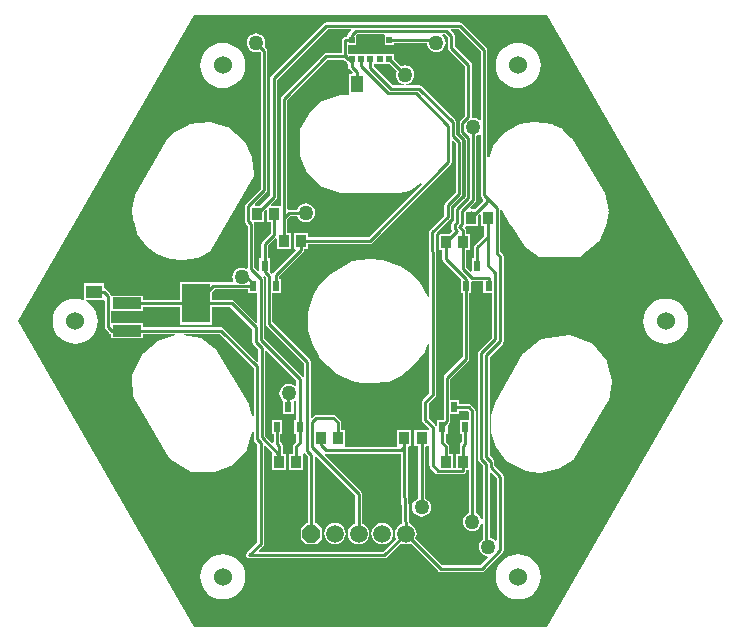
<source format=gtl>
G04 Layer_Physical_Order=1*
G04 Layer_Color=25308*
%FSLAX24Y24*%
%MOIN*%
G70*
G01*
G75*
%ADD10R,0.0236X0.0354*%
%ADD11R,0.0236X0.0354*%
%ADD12R,0.0197X0.0197*%
%ADD13R,0.0354X0.0413*%
%ADD14R,0.0532X0.0433*%
%ADD15R,0.0945X0.1299*%
%ADD16R,0.0945X0.0394*%
%ADD17R,0.0433X0.0532*%
%ADD18C,0.0100*%
%ADD19C,0.0600*%
%ADD20C,0.0591*%
%ADD21P,0.0639X8X202.5*%
%ADD22C,0.0500*%
G36*
X35385Y23622D02*
X29504Y13435D01*
X17741D01*
X11863Y23615D01*
X11863Y23629D01*
X17741Y33809D01*
X29504Y33817D01*
X35385Y23622D01*
D02*
G37*
%LPC*%
G36*
X33465Y24374D02*
X33318Y24359D01*
X33177Y24316D01*
X33047Y24247D01*
X32933Y24154D01*
X32840Y24040D01*
X32770Y23910D01*
X32727Y23769D01*
X32713Y23622D01*
X32727Y23475D01*
X32770Y23334D01*
X32840Y23204D01*
X32933Y23091D01*
X33047Y22997D01*
X33177Y22928D01*
X33318Y22885D01*
X33465Y22870D01*
X33611Y22885D01*
X33752Y22928D01*
X33882Y22997D01*
X33996Y23091D01*
X34090Y23204D01*
X34159Y23334D01*
X34202Y23475D01*
X34216Y23622D01*
X34202Y23769D01*
X34159Y23910D01*
X34090Y24040D01*
X33996Y24154D01*
X33882Y24247D01*
X33752Y24316D01*
X33611Y24359D01*
X33465Y24374D01*
D02*
G37*
G36*
X18701Y32897D02*
X18554Y32883D01*
X18413Y32840D01*
X18283Y32771D01*
X18169Y32677D01*
X18076Y32563D01*
X18006Y32433D01*
X17964Y32292D01*
X17949Y32146D01*
X17964Y31999D01*
X18006Y31858D01*
X18076Y31728D01*
X18169Y31614D01*
X18283Y31521D01*
X18413Y31451D01*
X18554Y31408D01*
X18701Y31394D01*
X18847Y31408D01*
X18988Y31451D01*
X19118Y31521D01*
X19232Y31614D01*
X19326Y31728D01*
X19395Y31858D01*
X19438Y31999D01*
X19452Y32146D01*
X19438Y32292D01*
X19395Y32433D01*
X19326Y32563D01*
X19232Y32677D01*
X19118Y32771D01*
X18988Y32840D01*
X18847Y32883D01*
X18701Y32897D01*
D02*
G37*
G36*
X18260Y30260D02*
X17591Y30182D01*
X17580Y30176D01*
X17568Y30174D01*
X17056Y29899D01*
X17050Y29891D01*
X17041Y29888D01*
X16805Y29652D01*
X16802Y29643D01*
X16795Y29638D01*
X15771Y27827D01*
X15770Y27816D01*
X15764Y27807D01*
X15685Y27374D01*
X15687Y27365D01*
X15684Y27356D01*
X15724Y26962D01*
X15727Y26957D01*
X15726Y26950D01*
X15844Y26556D01*
X15851Y26548D01*
X15854Y26537D01*
X16169Y26104D01*
X16177Y26099D01*
X16182Y26091D01*
X16497Y25854D01*
X16506Y25852D01*
X16514Y25845D01*
X16947Y25688D01*
X16955Y25688D01*
X16962Y25684D01*
X17356Y25645D01*
X17364Y25648D01*
X17373Y25646D01*
X17845Y25724D01*
X17854Y25730D01*
X17865Y25731D01*
X18298Y25968D01*
X18309Y25981D01*
X18323Y25992D01*
X19741Y28472D01*
X19743Y28493D01*
X19748Y28513D01*
X19670Y29064D01*
X19665Y29072D01*
X19664Y29082D01*
X19428Y29594D01*
X19418Y29603D01*
X19412Y29615D01*
X18860Y30088D01*
X18847Y30092D01*
X18836Y30101D01*
X18285Y30258D01*
X18273Y30257D01*
X18260Y30260D01*
D02*
G37*
G36*
X30225Y23173D02*
X29320Y23016D01*
X29306Y23007D01*
X29291Y23003D01*
X28740Y22570D01*
X28734Y22559D01*
X28724Y22551D01*
X27779Y20898D01*
X27778Y20890D01*
X27773Y20883D01*
X27655Y20450D01*
X27656Y20441D01*
X27653Y20433D01*
Y19921D01*
X27657Y19912D01*
X27656Y19901D01*
X27813Y19429D01*
X27820Y19421D01*
X27823Y19410D01*
X28177Y18938D01*
X28190Y18930D01*
X28200Y18919D01*
X28751Y18644D01*
X28761Y18643D01*
X28770Y18638D01*
X29282Y18559D01*
X29293Y18562D01*
X29305Y18560D01*
X29856Y18678D01*
X29865Y18684D01*
X29876Y18686D01*
X30388Y19001D01*
X30397Y19013D01*
X30409Y19023D01*
X31551Y20952D01*
X31553Y20963D01*
X31559Y20972D01*
X31677Y21602D01*
X31674Y21616D01*
X31676Y21630D01*
X31519Y22260D01*
X31510Y22272D01*
X31505Y22286D01*
X30993Y22877D01*
X30979Y22883D01*
X30968Y22894D01*
X30259Y23170D01*
X30242Y23169D01*
X30225Y23173D01*
D02*
G37*
G36*
X26600Y33581D02*
X26600Y33581D01*
X22150D01*
X22150Y33581D01*
X22107Y33573D01*
X22071Y33549D01*
X20315Y31792D01*
X20291Y31756D01*
X20283Y31714D01*
X20283Y31714D01*
Y27812D01*
X19941Y27470D01*
X19783D01*
X19764Y27517D01*
X20157Y27910D01*
X20181Y27946D01*
X20190Y27989D01*
X20190Y27989D01*
Y32631D01*
X20190Y32631D01*
X20181Y32674D01*
X20157Y32710D01*
X20157Y32710D01*
X20093Y32775D01*
X20111Y32819D01*
X20122Y32900D01*
X20111Y32981D01*
X20080Y33056D01*
X20030Y33120D01*
X19966Y33170D01*
X19891Y33201D01*
X19810Y33212D01*
X19729Y33201D01*
X19654Y33170D01*
X19590Y33120D01*
X19540Y33056D01*
X19509Y32981D01*
X19498Y32900D01*
X19509Y32819D01*
X19540Y32744D01*
X19590Y32680D01*
X19654Y32630D01*
X19729Y32599D01*
X19810Y32588D01*
X19891Y32599D01*
X19930Y32615D01*
X19968Y32584D01*
Y28035D01*
X19468Y27535D01*
X19444Y27499D01*
X19435Y27457D01*
X19435Y27457D01*
Y26953D01*
X19435Y26953D01*
X19444Y26910D01*
X19468Y26874D01*
X19534Y26808D01*
Y25386D01*
X19486Y25360D01*
X19411Y25391D01*
X19330Y25402D01*
X19249Y25391D01*
X19174Y25360D01*
X19110Y25310D01*
X19060Y25246D01*
X19029Y25171D01*
X19018Y25090D01*
X19029Y25009D01*
X19048Y24964D01*
X19015Y24914D01*
X18386D01*
X18386Y24914D01*
X18377Y24913D01*
X18327Y24921D01*
Y24921D01*
X18327Y24921D01*
X17264D01*
Y24324D01*
X16043D01*
Y24469D01*
X14985D01*
X14978Y24504D01*
X14954Y24540D01*
X14809Y24685D01*
X14773Y24709D01*
X14734Y24717D01*
Y24882D01*
X14085D01*
Y24362D01*
X14037Y24326D01*
X13926Y24359D01*
X13780Y24374D01*
X13633Y24359D01*
X13492Y24316D01*
X13362Y24247D01*
X13248Y24154D01*
X13155Y24040D01*
X13085Y23910D01*
X13042Y23769D01*
X13028Y23622D01*
X13042Y23475D01*
X13085Y23334D01*
X13155Y23204D01*
X13248Y23091D01*
X13362Y22997D01*
X13492Y22928D01*
X13633Y22885D01*
X13780Y22870D01*
X13926Y22885D01*
X14067Y22928D01*
X14197Y22997D01*
X14311Y23091D01*
X14404Y23204D01*
X14474Y23334D01*
X14517Y23475D01*
X14531Y23622D01*
X14517Y23769D01*
X14474Y23910D01*
X14404Y24040D01*
X14311Y24154D01*
X14197Y24247D01*
X14134Y24281D01*
X14147Y24331D01*
X14734D01*
X14764Y24293D01*
Y23432D01*
X14764Y23432D01*
X14772Y23390D01*
X14796Y23353D01*
X14921Y23228D01*
X14921Y23228D01*
X14957Y23204D01*
X14980Y23200D01*
Y23051D01*
X16043D01*
Y23196D01*
X17097D01*
X17105Y23146D01*
X16556Y22974D01*
X16546Y22966D01*
X16534Y22962D01*
X16061Y22569D01*
X16055Y22557D01*
X16045Y22548D01*
X15691Y21840D01*
X15690Y21823D01*
X15684Y21807D01*
X15724Y21099D01*
X15730Y21085D01*
X15732Y21070D01*
X16913Y19062D01*
X16926Y19053D01*
X16935Y19040D01*
X17644Y18607D01*
X17661Y18604D01*
X17677Y18598D01*
X18425D01*
X18437Y18602D01*
X18449Y18602D01*
X19039Y18838D01*
X19050Y18848D01*
X19063Y18854D01*
X19496Y19327D01*
X19501Y19340D01*
X19510Y19352D01*
X19680Y19919D01*
X19730Y19912D01*
Y19684D01*
X19730Y19684D01*
X19738Y19641D01*
X19762Y19605D01*
X19849Y19518D01*
Y16246D01*
X19502Y15899D01*
X19478Y15863D01*
X19469Y15820D01*
X19478Y15777D01*
X19502Y15741D01*
X19538Y15717D01*
X19580Y15709D01*
X19580Y15709D01*
X24088D01*
X24088Y15709D01*
X24130Y15717D01*
X24166Y15741D01*
X24643Y16218D01*
X24711Y16190D01*
X24803Y16178D01*
X24896Y16190D01*
X24963Y16218D01*
X25885Y15296D01*
X25921Y15272D01*
X25964Y15264D01*
X25964Y15264D01*
X27335D01*
X27335Y15264D01*
X27378Y15272D01*
X27414Y15296D01*
X28029Y15911D01*
X28029Y15911D01*
X28043Y15933D01*
X28053Y15947D01*
X28061Y15990D01*
Y18435D01*
X28053Y18478D01*
X28029Y18514D01*
X27751Y18792D01*
Y18941D01*
X27742Y18983D01*
X27732Y18998D01*
X27718Y19019D01*
X27718Y19019D01*
X27593Y19144D01*
Y22436D01*
X28028Y22870D01*
X28052Y22907D01*
X28060Y22949D01*
Y23320D01*
X28061Y23325D01*
Y25770D01*
X28053Y25813D01*
X28029Y25849D01*
X28029Y25849D01*
X27951Y25926D01*
Y27321D01*
X28001Y27334D01*
X28291Y26819D01*
X28292Y26818D01*
X28293Y26816D01*
X28726Y26146D01*
X28736Y26139D01*
X28743Y26129D01*
X29255Y25774D01*
X29274Y25770D01*
X29291Y25763D01*
X30591D01*
X30610Y25771D01*
X30630Y25777D01*
X31221Y26249D01*
X31228Y26262D01*
X31239Y26272D01*
X31475Y26784D01*
X31476Y26793D01*
X31480Y26801D01*
X31559Y27273D01*
X31556Y27284D01*
X31559Y27296D01*
X31441Y27887D01*
X31434Y27896D01*
X31433Y27907D01*
X30330Y29718D01*
X30324Y29723D01*
X30321Y29730D01*
X30045Y30006D01*
X30035Y30010D01*
X30029Y30018D01*
X29714Y30175D01*
X29703Y30176D01*
X29693Y30181D01*
X29103Y30260D01*
X29094Y30258D01*
X29085Y30260D01*
X28573Y30181D01*
X28563Y30175D01*
X28550Y30173D01*
X28078Y29898D01*
X28071Y29888D01*
X28061Y29883D01*
X27706Y29450D01*
X27703Y29439D01*
X27696Y29431D01*
X27567Y29070D01*
X27517Y29078D01*
Y32664D01*
X27517Y32664D01*
X27509Y32706D01*
X27485Y32742D01*
X26679Y33549D01*
X26643Y33573D01*
X26600Y33581D01*
D02*
G37*
G36*
X18701Y15850D02*
X18554Y15835D01*
X18413Y15792D01*
X18283Y15723D01*
X18169Y15630D01*
X18076Y15516D01*
X18006Y15386D01*
X17964Y15245D01*
X17949Y15098D01*
X17964Y14951D01*
X18006Y14810D01*
X18076Y14680D01*
X18169Y14567D01*
X18283Y14473D01*
X18413Y14404D01*
X18554Y14361D01*
X18701Y14346D01*
X18847Y14361D01*
X18988Y14404D01*
X19118Y14473D01*
X19232Y14567D01*
X19326Y14680D01*
X19395Y14810D01*
X19438Y14951D01*
X19452Y15098D01*
X19438Y15245D01*
X19395Y15386D01*
X19326Y15516D01*
X19232Y15630D01*
X19118Y15723D01*
X18988Y15792D01*
X18847Y15835D01*
X18701Y15850D01*
D02*
G37*
G36*
X28543Y32897D02*
X28397Y32883D01*
X28256Y32840D01*
X28126Y32771D01*
X28012Y32677D01*
X27918Y32563D01*
X27849Y32433D01*
X27806Y32292D01*
X27792Y32146D01*
X27806Y31999D01*
X27849Y31858D01*
X27918Y31728D01*
X28012Y31614D01*
X28126Y31521D01*
X28256Y31451D01*
X28397Y31408D01*
X28543Y31394D01*
X28690Y31408D01*
X28831Y31451D01*
X28961Y31521D01*
X29075Y31614D01*
X29168Y31728D01*
X29238Y31858D01*
X29281Y31999D01*
X29295Y32146D01*
X29281Y32292D01*
X29238Y32433D01*
X29168Y32563D01*
X29075Y32677D01*
X28961Y32771D01*
X28831Y32840D01*
X28690Y32883D01*
X28543Y32897D01*
D02*
G37*
G36*
Y15850D02*
X28397Y15835D01*
X28256Y15792D01*
X28126Y15723D01*
X28012Y15630D01*
X27918Y15516D01*
X27849Y15386D01*
X27806Y15245D01*
X27792Y15098D01*
X27806Y14951D01*
X27849Y14810D01*
X27918Y14680D01*
X28012Y14567D01*
X28126Y14473D01*
X28256Y14404D01*
X28397Y14361D01*
X28543Y14346D01*
X28690Y14361D01*
X28831Y14404D01*
X28961Y14473D01*
X29075Y14567D01*
X29168Y14680D01*
X29238Y14810D01*
X29281Y14951D01*
X29295Y15098D01*
X29281Y15245D01*
X29238Y15386D01*
X29168Y15516D01*
X29075Y15630D01*
X28961Y15723D01*
X28831Y15792D01*
X28690Y15835D01*
X28543Y15850D01*
D02*
G37*
%LPD*%
G36*
X21149Y21654D02*
Y21472D01*
X21099Y21447D01*
X21056Y21480D01*
X20981Y21511D01*
X20900Y21522D01*
X20819Y21511D01*
X20744Y21480D01*
X20680Y21430D01*
X20630Y21366D01*
X20599Y21291D01*
X20588Y21210D01*
X20599Y21129D01*
X20630Y21054D01*
X20680Y20990D01*
X20709Y20967D01*
Y20512D01*
X21063D01*
Y20943D01*
X21102Y20971D01*
X21149Y20948D01*
Y20315D01*
X21083D01*
Y19843D01*
X21149D01*
Y19604D01*
X21073Y19529D01*
X21049Y19493D01*
X21040Y19450D01*
X21040Y19450D01*
Y19203D01*
X20915D01*
Y18671D01*
X21388D01*
Y19195D01*
X21430Y19223D01*
X21435Y19215D01*
X21542Y19107D01*
Y16890D01*
X21476D01*
X21299Y16713D01*
Y16358D01*
X21476Y16181D01*
X21831D01*
X22008Y16358D01*
Y16713D01*
X21831Y16890D01*
X21765D01*
Y19100D01*
X21815Y19120D01*
X23117Y17818D01*
Y16873D01*
X23050Y16845D01*
X22976Y16788D01*
X22919Y16714D01*
X22883Y16628D01*
X22871Y16535D01*
X22883Y16443D01*
X22919Y16357D01*
X22976Y16283D01*
X23050Y16226D01*
X23136Y16190D01*
X23228Y16178D01*
X23321Y16190D01*
X23407Y16226D01*
X23481Y16283D01*
X23538Y16357D01*
X23574Y16443D01*
X23586Y16535D01*
X23574Y16628D01*
X23538Y16714D01*
X23481Y16788D01*
X23407Y16845D01*
X23340Y16873D01*
Y17864D01*
X23331Y17907D01*
X23321Y17921D01*
X23307Y17943D01*
X23307Y17943D01*
X22096Y19154D01*
X22121Y19200D01*
X22125Y19199D01*
X24625D01*
X24625Y19199D01*
X24643Y19184D01*
Y18149D01*
X24643Y18148D01*
X24643Y18146D01*
X24682Y16869D01*
X24624Y16845D01*
X24550Y16788D01*
X24494Y16714D01*
X24458Y16628D01*
X24446Y16535D01*
X24458Y16443D01*
X24486Y16375D01*
X24042Y15931D01*
X19914D01*
X19895Y15977D01*
X20039Y16122D01*
X20039Y16122D01*
X20063Y16158D01*
X20072Y16200D01*
Y19455D01*
X20118Y19475D01*
X20342Y19250D01*
X20344Y19203D01*
X20344D01*
X20344Y19203D01*
Y18671D01*
X20817D01*
Y19203D01*
X20692D01*
Y19470D01*
X20692Y19470D01*
X20683Y19513D01*
X20659Y19549D01*
X20623Y19585D01*
Y19843D01*
X20689D01*
Y20315D01*
X20335D01*
Y19843D01*
X20401D01*
Y19577D01*
X20351Y19556D01*
X20111Y19796D01*
Y22626D01*
X20157Y22645D01*
X21149Y21654D01*
D02*
G37*
G36*
X20129Y25082D02*
Y23540D01*
X20129Y23540D01*
X20137Y23497D01*
X20161Y23461D01*
X21402Y22221D01*
Y21773D01*
X21353Y21757D01*
X21338Y21779D01*
X21338Y21779D01*
X20071Y23046D01*
Y25030D01*
X20063Y25073D01*
X20052Y25088D01*
X20091Y25120D01*
X20129Y25082D01*
D02*
G37*
G36*
X19730Y22063D02*
Y20463D01*
X19680Y20458D01*
X19590Y20841D01*
X19584Y20850D01*
X19582Y20860D01*
X18440Y22711D01*
X18430Y22718D01*
X18423Y22729D01*
X17990Y23044D01*
X17976Y23047D01*
X17963Y23055D01*
X17389Y23146D01*
X17393Y23196D01*
X18597D01*
X19730Y22063D01*
D02*
G37*
G36*
X27839Y18389D02*
Y16313D01*
X27789Y16296D01*
X27770Y16320D01*
X27706Y16370D01*
X27631Y16401D01*
X27592Y16406D01*
Y18571D01*
X27638Y18590D01*
X27839Y18389D01*
D02*
G37*
G36*
X27382Y24952D02*
Y24567D01*
X27679D01*
Y23061D01*
X27244Y22626D01*
X27220Y22590D01*
X27212Y22548D01*
X27212Y22548D01*
Y19032D01*
X27212Y19032D01*
X27220Y18990D01*
X27244Y18954D01*
X27369Y18829D01*
Y17030D01*
X27321Y17021D01*
X27290Y17096D01*
X27240Y17160D01*
X27176Y17210D01*
X27131Y17228D01*
Y20625D01*
X27131Y20625D01*
X27123Y20668D01*
X27099Y20704D01*
X27099Y20704D01*
X26974Y20829D01*
X26938Y20853D01*
X26895Y20861D01*
X26895Y20861D01*
X26575D01*
Y20984D01*
X26281D01*
Y21684D01*
X26890Y22292D01*
X26890Y22292D01*
X26904Y22314D01*
X26914Y22328D01*
X26922Y22371D01*
Y24567D01*
X26988D01*
Y24913D01*
X27038Y24958D01*
X27382Y24952D01*
D02*
G37*
G36*
X26909Y20579D02*
Y20315D01*
X26595D01*
Y19843D01*
X26660D01*
Y19585D01*
X26624Y19549D01*
X26600Y19513D01*
X26592Y19470D01*
X26592Y19470D01*
Y19203D01*
X26467D01*
Y18731D01*
X26368D01*
Y19203D01*
X26243D01*
Y19450D01*
X26243Y19450D01*
X26235Y19493D01*
X26211Y19529D01*
X26135Y19604D01*
Y19843D01*
X26201D01*
Y20160D01*
X26249Y20208D01*
X26249Y20208D01*
X26273Y20244D01*
X26281Y20286D01*
X26281Y20286D01*
Y20512D01*
X26575D01*
Y20639D01*
X26849D01*
X26909Y20579D01*
D02*
G37*
G36*
X22789Y32284D02*
X22825Y32260D01*
X22835Y32250D01*
Y32205D01*
X22880D01*
X22881Y32204D01*
Y32107D01*
X22881Y32107D01*
X22889Y32064D01*
X22914Y32028D01*
X23032Y31910D01*
X23011Y31860D01*
X22913D01*
Y31211D01*
X22913D01*
X22900Y31166D01*
X22638D01*
X22628Y31162D01*
X22618Y31163D01*
X22027Y30966D01*
X22017Y30958D01*
X22005Y30953D01*
X21650Y30638D01*
X21646Y30629D01*
X21638Y30623D01*
X21284Y30033D01*
X21281Y30016D01*
X21275Y30000D01*
Y29134D01*
X21280Y29122D01*
X21280Y29109D01*
X21516Y28558D01*
X21526Y28548D01*
X21532Y28536D01*
X22004Y28102D01*
X22017Y28098D01*
X22027Y28089D01*
X22618Y27892D01*
X22628Y27893D01*
X22638Y27889D01*
X24567D01*
X24574Y27892D01*
X24581Y27890D01*
X24935Y27969D01*
X24946Y27977D01*
X24959Y27980D01*
X25316Y28237D01*
X25348Y28199D01*
X23559Y26410D01*
X21545D01*
Y26565D01*
X21073D01*
Y26033D01*
X21112D01*
X21132Y25987D01*
X20394Y25250D01*
X20372Y25217D01*
X20347Y25211D01*
X20326Y25208D01*
X20318Y25208D01*
X20276Y25250D01*
Y25709D01*
X20210D01*
Y26134D01*
X20452Y26376D01*
X20502Y26356D01*
Y26033D01*
X20974D01*
Y26565D01*
X20849D01*
Y27012D01*
X20956Y27119D01*
X21182D01*
X21200Y27074D01*
X21250Y27010D01*
X21314Y26960D01*
X21389Y26929D01*
X21470Y26918D01*
X21551Y26929D01*
X21626Y26960D01*
X21690Y27010D01*
X21740Y27074D01*
X21771Y27149D01*
X21782Y27230D01*
X21771Y27311D01*
X21740Y27386D01*
X21690Y27450D01*
X21626Y27500D01*
X21551Y27531D01*
X21470Y27542D01*
X21389Y27531D01*
X21314Y27500D01*
X21250Y27450D01*
X21200Y27386D01*
X21182Y27341D01*
X20910D01*
X20899Y27339D01*
X20849Y27376D01*
X20849Y27376D01*
Y30992D01*
X22195Y32338D01*
X22735D01*
X22789Y32284D01*
D02*
G37*
G36*
X27295Y32618D02*
Y30341D01*
X27245Y30316D01*
X27203Y30349D01*
X27128Y30380D01*
X27047Y30390D01*
X27044Y30390D01*
X27004Y30426D01*
X27001Y30435D01*
Y32167D01*
X26992Y32210D01*
X26983Y32224D01*
X26968Y32246D01*
X26968Y32246D01*
X26435Y32779D01*
Y33125D01*
X26435Y33125D01*
X26427Y33168D01*
X26403Y33204D01*
X26403Y33204D01*
X26294Y33313D01*
X26313Y33359D01*
X26554D01*
X27295Y32618D01*
D02*
G37*
G36*
X24492Y31965D02*
X24473Y31921D01*
X24462Y31840D01*
X24473Y31759D01*
X24504Y31684D01*
X24554Y31620D01*
X24618Y31570D01*
X24693Y31539D01*
X24748Y31532D01*
X24745Y31482D01*
X24367D01*
X23733Y32115D01*
Y32205D01*
X24252D01*
X24492Y31965D01*
D02*
G37*
G36*
X22978Y33313D02*
X22914Y33248D01*
X22889Y33212D01*
X22881Y33169D01*
X22838Y33150D01*
X22835D01*
Y33103D01*
X22782D01*
X22782Y33103D01*
X22740Y33095D01*
X22704Y33071D01*
X22704Y33071D01*
X22701Y33069D01*
X22677Y33033D01*
X22669Y32990D01*
X22669Y32990D01*
Y32560D01*
X22149D01*
X22149Y32560D01*
X22107Y32552D01*
X22070Y32528D01*
X22070Y32528D01*
X20660Y31117D01*
X20635Y31081D01*
X20627Y31038D01*
X20627Y31038D01*
Y27470D01*
X20321D01*
X20302Y27517D01*
X20472Y27687D01*
X20472Y27687D01*
X20496Y27723D01*
X20505Y27766D01*
X20505Y27766D01*
Y31668D01*
X22196Y33359D01*
X22959D01*
X22978Y33313D01*
D02*
G37*
G36*
X26213Y33079D02*
Y32733D01*
X26213Y32733D01*
X26221Y32691D01*
X26245Y32654D01*
X26779Y32121D01*
Y30475D01*
X26610Y30306D01*
X26585Y30270D01*
X26577Y30227D01*
X26577Y30227D01*
Y29930D01*
X26577Y29930D01*
X26585Y29887D01*
X26610Y29851D01*
X26777Y29684D01*
Y27786D01*
X26435Y27444D01*
X26411Y27408D01*
X26402Y27365D01*
X26402Y27365D01*
Y26964D01*
X26352Y26915D01*
X26328Y26878D01*
X26320Y26836D01*
X26320Y26836D01*
Y26704D01*
X26320Y26704D01*
X26328Y26662D01*
X26348Y26633D01*
X26240Y26526D01*
X25896D01*
Y25994D01*
X26021D01*
Y25694D01*
X26021Y25694D01*
X26029Y25651D01*
X26053Y25615D01*
X26634Y25035D01*
Y24567D01*
X26700D01*
Y22417D01*
X26091Y21809D01*
X26067Y21773D01*
X26059Y21730D01*
X26059Y21730D01*
Y20332D01*
X26041Y20315D01*
X25846D01*
Y20141D01*
X25838Y20137D01*
X25796Y20132D01*
X25793Y20138D01*
X25778Y20159D01*
X25778Y20159D01*
X25562Y20376D01*
Y20873D01*
X25778Y21089D01*
X25778Y21089D01*
X25793Y21111D01*
X25802Y21125D01*
X25811Y21168D01*
Y25065D01*
X25812Y25072D01*
Y25928D01*
X25812Y25928D01*
X25804Y25970D01*
X25798Y25979D01*
Y26532D01*
X26274Y27008D01*
X26274Y27008D01*
X26298Y27044D01*
X26306Y27086D01*
X26306Y27086D01*
Y27451D01*
X26649Y27793D01*
X26649Y27793D01*
X26663Y27815D01*
X26673Y27829D01*
X26681Y27872D01*
Y29598D01*
X26681Y29598D01*
X26673Y29641D01*
X26649Y29677D01*
X26649Y29677D01*
X26481Y29844D01*
Y30250D01*
X26481Y30250D01*
X26473Y30293D01*
X26449Y30329D01*
X25329Y31449D01*
X25293Y31473D01*
X25250Y31482D01*
X25250Y31482D01*
X24803D01*
X24800Y31532D01*
X24855Y31539D01*
X24930Y31570D01*
X24995Y31620D01*
X25044Y31684D01*
X25075Y31759D01*
X25086Y31840D01*
X25075Y31921D01*
X25044Y31996D01*
X24995Y32060D01*
X24930Y32110D01*
X24855Y32141D01*
X24774Y32152D01*
X24693Y32141D01*
X24649Y32123D01*
X24409Y32362D01*
Y32520D01*
X22891D01*
Y32835D01*
X23150D01*
Y33150D01*
X23150Y33150D01*
X23150D01*
X23178Y33186D01*
X23182Y33191D01*
X24073D01*
X24094Y33150D01*
X24094D01*
Y32835D01*
X24409D01*
Y32881D01*
X25510D01*
X25518Y32819D01*
X25549Y32744D01*
X25599Y32680D01*
X25664Y32630D01*
X25739Y32599D01*
X25819Y32588D01*
X25900Y32599D01*
X25975Y32630D01*
X26040Y32680D01*
X26089Y32744D01*
X26120Y32819D01*
X26131Y32900D01*
X26120Y32981D01*
X26089Y33056D01*
X26040Y33120D01*
X26013Y33141D01*
X26030Y33191D01*
X26101D01*
X26213Y33079D01*
D02*
G37*
G36*
X27295Y29816D02*
Y27819D01*
X27295Y27819D01*
X27304Y27776D01*
X27328Y27740D01*
X27383Y27685D01*
Y27629D01*
X27099Y27344D01*
X27037Y27346D01*
X27001Y27370D01*
X26976Y27375D01*
X26957Y27422D01*
X26957Y27426D01*
X27126Y27595D01*
X27126Y27595D01*
X27140Y27617D01*
X27150Y27631D01*
X27158Y27674D01*
Y29790D01*
X27203Y29809D01*
X27245Y29841D01*
X27295Y29816D01*
D02*
G37*
G36*
X19547Y24567D02*
X19849D01*
Y23586D01*
X19803Y23567D01*
X19079Y24291D01*
X19043Y24315D01*
X19000Y24324D01*
X19000Y24324D01*
X18327D01*
Y24587D01*
X18432Y24692D01*
X19547D01*
Y24567D01*
D02*
G37*
G36*
X27293Y27159D02*
Y26781D01*
X27418D01*
Y26471D01*
X27106Y26159D01*
X27082Y26123D01*
X27074Y26080D01*
X27074Y26080D01*
Y25709D01*
X27008D01*
Y25290D01*
X26958Y25269D01*
X26814Y25413D01*
Y25994D01*
X26939D01*
Y26526D01*
X26814D01*
Y26657D01*
X26814Y26657D01*
X26805Y26700D01*
X26784Y26731D01*
X26788Y26749D01*
X26806Y26781D01*
X27195D01*
Y27126D01*
X27247Y27178D01*
X27293Y27159D01*
D02*
G37*
G36*
X19690Y23366D02*
Y22934D01*
X19690Y22934D01*
X19698Y22892D01*
X19722Y22855D01*
X19889Y22689D01*
Y22284D01*
X19843Y22265D01*
X18722Y23386D01*
X18686Y23410D01*
X18643Y23418D01*
X18643Y23418D01*
X16043D01*
Y23563D01*
X14986D01*
Y23957D01*
X16043D01*
Y24101D01*
X17264D01*
Y23504D01*
X18327D01*
Y24101D01*
X18954D01*
X19690Y23366D01*
D02*
G37*
G36*
X26459Y29552D02*
Y27918D01*
X26117Y27575D01*
X26093Y27539D01*
X26084Y27497D01*
X26084Y27497D01*
Y27132D01*
X25608Y26656D01*
X25584Y26620D01*
X25575Y26578D01*
X25575Y26578D01*
Y25942D01*
X25575Y25942D01*
X25584Y25900D01*
X25590Y25891D01*
Y25077D01*
X25588Y25070D01*
X25588Y25070D01*
Y24462D01*
X25538Y24434D01*
X25529Y24440D01*
X25253Y24952D01*
X25244Y24959D01*
X25239Y24969D01*
X24924Y25245D01*
X24919Y25247D01*
X24916Y25251D01*
X24601Y25448D01*
X24594Y25449D01*
X24588Y25454D01*
X24037Y25651D01*
X24029Y25650D01*
X24022Y25654D01*
X23628Y25694D01*
X23621Y25691D01*
X23614Y25693D01*
X22984Y25615D01*
X22972Y25608D01*
X22959Y25606D01*
X22250Y25173D01*
X22246Y25166D01*
X22238Y25163D01*
X21963Y24888D01*
X21959Y24879D01*
X21952Y24874D01*
X21755Y24519D01*
X21755Y24515D01*
X21752Y24512D01*
X21594Y24118D01*
X21594Y24110D01*
X21590Y24102D01*
X21551Y23787D01*
X21552Y23783D01*
X21550Y23780D01*
Y23346D01*
X21554Y23338D01*
X21553Y23330D01*
X21671Y22897D01*
X21675Y22890D01*
X21676Y22883D01*
X21912Y22450D01*
X21918Y22445D01*
X21920Y22438D01*
X22196Y22123D01*
X22200Y22121D01*
X22202Y22117D01*
X22478Y21881D01*
X22487Y21878D01*
X22493Y21871D01*
X23005Y21635D01*
X23011Y21635D01*
X23016Y21631D01*
X23331Y21552D01*
X23339Y21553D01*
X23346Y21550D01*
X23622D01*
X23624Y21551D01*
X23626Y21550D01*
X24217Y21590D01*
X24228Y21595D01*
X24241Y21596D01*
X24635Y21793D01*
X24639Y21799D01*
X24646Y21800D01*
X25040Y22115D01*
X25043Y22121D01*
X25049Y22124D01*
X25443Y22597D01*
X25446Y22608D01*
X25454Y22616D01*
X25539Y22855D01*
X25588Y22846D01*
Y21214D01*
X25372Y20998D01*
X25348Y20962D01*
X25340Y20919D01*
X25340Y20919D01*
Y20329D01*
X25340Y20329D01*
X25348Y20287D01*
X25372Y20251D01*
X25588Y20035D01*
Y20029D01*
X25561Y19990D01*
X25538Y19990D01*
X25089D01*
Y19459D01*
X25214D01*
Y17708D01*
X25169Y17690D01*
X25104Y17640D01*
X25055Y17576D01*
X25024Y17500D01*
X25013Y17420D01*
X25024Y17339D01*
X25055Y17264D01*
X25104Y17199D01*
X25169Y17150D01*
X25244Y17119D01*
X25325Y17108D01*
X25405Y17119D01*
X25481Y17150D01*
X25545Y17199D01*
X25595Y17264D01*
X25626Y17339D01*
X25637Y17420D01*
X25626Y17500D01*
X25595Y17576D01*
X25545Y17640D01*
X25481Y17690D01*
X25436Y17708D01*
Y19423D01*
X25471Y19459D01*
X25538D01*
X25561Y19459D01*
X25588Y19420D01*
X25588Y19420D01*
Y18810D01*
X25588Y18810D01*
X25597Y18768D01*
X25621Y18732D01*
X25811Y18541D01*
X25811Y18541D01*
X25833Y18527D01*
X25847Y18517D01*
X25890Y18509D01*
X26693D01*
X26693Y18509D01*
X26735Y18517D01*
X26771Y18541D01*
X26781Y18551D01*
X26805Y18587D01*
X26814Y18630D01*
Y18671D01*
X26909D01*
Y17228D01*
X26864Y17210D01*
X26800Y17160D01*
X26750Y17096D01*
X26719Y17021D01*
X26708Y16940D01*
X26719Y16859D01*
X26750Y16784D01*
X26800Y16720D01*
X26864Y16670D01*
X26939Y16639D01*
X27020Y16628D01*
X27101Y16639D01*
X27176Y16670D01*
X27240Y16720D01*
X27290Y16784D01*
X27321Y16859D01*
X27369Y16850D01*
Y16351D01*
X27330Y16320D01*
X27280Y16256D01*
X27249Y16181D01*
X27238Y16100D01*
X27249Y16019D01*
X27280Y15944D01*
X27330Y15880D01*
X27394Y15830D01*
X27469Y15799D01*
X27524Y15792D01*
X27542Y15739D01*
X27289Y15486D01*
X26010D01*
X25120Y16375D01*
X25148Y16443D01*
X25161Y16535D01*
X25148Y16628D01*
X25113Y16714D01*
X25056Y16788D01*
X24982Y16845D01*
X24904Y16877D01*
X24865Y18151D01*
Y19439D01*
X24865Y19439D01*
X24908Y19459D01*
X24990D01*
Y19990D01*
X24518D01*
Y19459D01*
X24487Y19421D01*
X22796D01*
X22766Y19459D01*
Y19990D01*
X22641D01*
Y20250D01*
X22641Y20250D01*
X22632Y20293D01*
X22608Y20329D01*
X22468Y20469D01*
X22432Y20493D01*
X22390Y20501D01*
X22390Y20501D01*
X21812D01*
X21812Y20501D01*
X21770Y20493D01*
X21734Y20469D01*
X21671Y20406D01*
X21625Y20425D01*
Y22267D01*
X21625Y22267D01*
X21616Y22309D01*
X21592Y22345D01*
X20351Y23586D01*
Y24567D01*
X20650D01*
Y25039D01*
X20584D01*
Y25125D01*
X21388Y25929D01*
X21388Y25929D01*
X21402Y25951D01*
X21412Y25965D01*
X21420Y26008D01*
Y26033D01*
X21545D01*
Y26188D01*
X23605D01*
X23605Y26188D01*
X23648Y26196D01*
X23684Y26221D01*
X26299Y28836D01*
X26299Y28836D01*
X26314Y28858D01*
X26323Y28872D01*
X26332Y28915D01*
Y29614D01*
X26378Y29633D01*
X26459Y29552D01*
D02*
G37*
G36*
X20167Y27317D02*
Y26939D01*
X20292D01*
Y26531D01*
X20020Y26259D01*
X19996Y26223D01*
X19987Y26180D01*
X19987Y26180D01*
Y25709D01*
X19921D01*
Y25297D01*
X19871Y25276D01*
X19757Y25390D01*
Y26854D01*
X19750Y26889D01*
X19758Y26909D01*
X19780Y26939D01*
X20069D01*
Y27284D01*
X20121Y27336D01*
X20167Y27317D01*
D02*
G37*
%LPC*%
G36*
X24016Y16893D02*
X23923Y16881D01*
X23837Y16845D01*
X23763Y16788D01*
X23706Y16714D01*
X23671Y16628D01*
X23658Y16535D01*
X23671Y16443D01*
X23706Y16357D01*
X23763Y16283D01*
X23837Y16226D01*
X23923Y16190D01*
X24016Y16178D01*
X24108Y16190D01*
X24194Y16226D01*
X24268Y16283D01*
X24325Y16357D01*
X24361Y16443D01*
X24373Y16535D01*
X24361Y16628D01*
X24325Y16714D01*
X24268Y16788D01*
X24194Y16845D01*
X24108Y16881D01*
X24016Y16893D01*
D02*
G37*
G36*
X22441D02*
X22348Y16881D01*
X22262Y16845D01*
X22188Y16788D01*
X22131Y16714D01*
X22096Y16628D01*
X22084Y16535D01*
X22096Y16443D01*
X22131Y16357D01*
X22188Y16283D01*
X22262Y16226D01*
X22348Y16190D01*
X22441Y16178D01*
X22533Y16190D01*
X22620Y16226D01*
X22694Y16283D01*
X22750Y16357D01*
X22786Y16443D01*
X22798Y16535D01*
X22786Y16628D01*
X22750Y16714D01*
X22694Y16788D01*
X22620Y16845D01*
X22533Y16881D01*
X22441Y16893D01*
D02*
G37*
%LPD*%
D10*
X20512Y20079D02*
D03*
X21260D02*
D03*
X26024D02*
D03*
X26772D02*
D03*
X19724Y24803D02*
D03*
X20472D02*
D03*
X26811D02*
D03*
X27559D02*
D03*
D11*
X20886Y20748D02*
D03*
X26398D02*
D03*
X20098Y25472D02*
D03*
X27185D02*
D03*
D12*
X23622Y32362D02*
D03*
Y32992D02*
D03*
X23307D02*
D03*
Y32362D02*
D03*
X22992D02*
D03*
Y32992D02*
D03*
X23937Y32362D02*
D03*
X24252D02*
D03*
X23937Y32992D02*
D03*
X24252D02*
D03*
X22992Y32677D02*
D03*
X24252D02*
D03*
D13*
X21309Y26299D02*
D03*
X20738D02*
D03*
X21152Y18937D02*
D03*
X20581D02*
D03*
X22530Y19724D02*
D03*
X21959D02*
D03*
X26703Y18937D02*
D03*
X26132D02*
D03*
X25325Y19724D02*
D03*
X24754D02*
D03*
X20404Y27205D02*
D03*
X19833D02*
D03*
X26703Y26260D02*
D03*
X26132D02*
D03*
X27530Y27047D02*
D03*
X26959D02*
D03*
D14*
X14409Y25157D02*
D03*
Y24606D02*
D03*
D15*
X17795Y24213D02*
D03*
D16*
X15512Y23307D02*
D03*
Y24213D02*
D03*
Y25118D02*
D03*
D17*
X22638Y31535D02*
D03*
X23189D02*
D03*
D18*
X23605Y26299D02*
X26220Y28915D01*
X21309Y26299D02*
X23605D01*
X26220Y28915D02*
Y29723D01*
X25130Y32677D02*
X25630Y32177D01*
X26535D01*
X27494Y27731D02*
X27840Y27385D01*
X27406Y27819D02*
X27494Y27731D01*
Y27583D02*
Y27731D01*
X26959Y27047D02*
X27494Y27583D01*
X25125Y31211D02*
X26211Y30125D01*
Y29732D02*
Y30125D01*
Y29732D02*
X26220Y29723D01*
X25250Y31370D02*
X26370Y30250D01*
Y29798D02*
Y30250D01*
Y29798D02*
X26570Y29598D01*
Y27872D02*
Y29598D01*
X26195Y27497D02*
X26570Y27872D01*
X26195Y27086D02*
Y27497D01*
X25687Y26578D02*
X26195Y27086D01*
X25687Y25942D02*
Y26578D01*
Y25942D02*
X25701Y25928D01*
Y25072D02*
Y25928D01*
X25700Y25070D02*
X25701Y25072D01*
X26535Y30300D02*
Y32177D01*
X26529Y30293D02*
X26535Y30300D01*
X26529Y29864D02*
Y30293D01*
Y29864D02*
X26729Y29664D01*
Y27806D02*
Y29664D01*
X26354Y27431D02*
X26729Y27806D01*
X26354Y27020D02*
Y27431D01*
X25846Y26512D02*
X26354Y27020D01*
X26890Y30429D02*
Y32167D01*
X26688Y30227D02*
X26890Y30429D01*
X26688Y29930D02*
Y30227D01*
Y29930D02*
X26888Y29730D01*
Y27740D02*
Y29730D01*
X26513Y27365D02*
X26888Y27740D01*
X26513Y26918D02*
Y27365D01*
X26431Y26836D02*
X26513Y26918D01*
X26431Y26704D02*
Y26836D01*
Y26704D02*
X26504Y26632D01*
Y26632D02*
Y26632D01*
X26132Y26260D02*
X26504Y26632D01*
X26324Y32733D02*
X26890Y32167D01*
X25846Y26008D02*
Y26512D01*
Y26008D02*
X25860Y25994D01*
Y20610D02*
Y25994D01*
X26132Y25694D02*
Y26260D01*
X18643Y23307D02*
X19841Y22109D01*
Y19684D02*
Y22109D01*
Y19684D02*
X19961Y19564D01*
Y16200D02*
Y19564D01*
X19580Y15820D02*
X19961Y16200D01*
X19000Y24213D02*
X19801Y23412D01*
Y22934D02*
Y23412D01*
Y22934D02*
X20000Y22735D01*
Y19750D02*
Y22735D01*
Y19750D02*
X20581Y19169D01*
X27949Y23324D02*
X27950Y23325D01*
X27949Y22949D02*
Y23324D01*
X27482Y22482D02*
X27949Y22949D01*
X27482Y19098D02*
Y22482D01*
Y19098D02*
X27639Y18941D01*
Y18746D02*
Y18941D01*
Y18746D02*
X27950Y18435D01*
X27323Y19032D02*
X27480Y18875D01*
Y16170D02*
Y18875D01*
Y16170D02*
X27550Y16100D01*
X27950Y23325D02*
Y25770D01*
Y15990D02*
Y18435D01*
X27790Y23015D02*
Y25240D01*
X27323Y22548D02*
X27790Y23015D01*
X27323Y19032D02*
Y22548D01*
X27530Y25500D02*
X27790Y25240D01*
X26703Y25367D02*
X27000Y25070D01*
X26600Y33470D02*
X27406Y32664D01*
Y27819D02*
Y32664D01*
X26672Y27299D02*
X27047Y27674D01*
Y30079D01*
X26672Y26852D02*
Y27299D01*
X26590Y26770D02*
X26672Y26852D01*
X19810Y32900D02*
X20079Y32631D01*
Y27989D02*
Y32631D01*
X19546Y27457D02*
X20079Y27989D01*
X20394Y31714D02*
X22150Y33470D01*
X20394Y27766D02*
Y31714D01*
X19833Y27205D02*
X20394Y27766D01*
X19546Y26953D02*
X19646Y26854D01*
Y25344D02*
Y26854D01*
X19546Y26953D02*
Y27457D01*
X19646Y25344D02*
X19960Y25030D01*
X15512Y28712D02*
X18110Y31310D01*
X15512Y25118D02*
Y28712D01*
X27530Y25500D02*
Y26424D01*
X26398Y20750D02*
X26895D01*
X26959Y27047D02*
Y27267D01*
X24754Y18149D02*
Y19439D01*
X22880Y32362D02*
X22992Y32250D01*
X22793Y32449D02*
X22880Y32362D01*
X22992D01*
X22868D02*
X22880D01*
X22781Y32449D02*
X22793D01*
X22149D02*
X22781D01*
X22868Y32362D01*
X22780Y32450D02*
X22781Y32449D01*
X20738Y27058D02*
Y31038D01*
Y26299D02*
Y27058D01*
X18386Y24803D02*
X19724D01*
X20581Y19169D02*
Y19470D01*
X25013Y32677D02*
X25130D01*
X26703Y26260D02*
Y26657D01*
X26590Y26770D02*
X26703Y26657D01*
X24252Y32362D02*
X24774Y31840D01*
X27559Y24803D02*
Y25060D01*
X27000Y25070D02*
X27559Y25060D01*
X26703Y25367D02*
Y26260D01*
X21260Y20079D02*
Y21700D01*
X19960Y23000D02*
X21260Y21700D01*
X19960Y23000D02*
Y25030D01*
X25727Y32992D02*
X25819Y32900D01*
X24252Y32992D02*
X25727D01*
X26703Y18630D02*
Y18937D01*
X26693Y18620D02*
X26703Y18630D01*
X25890Y18620D02*
X26693D01*
X25700Y18810D02*
X25890Y18620D01*
X25700Y18810D02*
Y20081D01*
X25451Y20329D02*
X25700Y20081D01*
X25451Y20329D02*
Y20919D01*
X25700Y21168D01*
Y25070D01*
X24321Y31370D02*
X25250D01*
X23622Y32069D02*
X24321Y31370D01*
X23622Y32069D02*
Y32362D01*
X23228Y16535D02*
Y17864D01*
X21672Y19420D02*
X23228Y17864D01*
X21672Y19420D02*
Y20250D01*
X21812Y20390D01*
X22390D01*
X22530Y20250D01*
Y19724D02*
Y20250D01*
X20886Y21196D02*
X20900Y21210D01*
X20886Y20748D02*
Y21196D01*
X25325Y17420D02*
Y19724D01*
X26398Y20748D02*
Y20750D01*
X26895D02*
X27020Y20625D01*
Y16940D02*
Y20625D01*
X24754Y18149D02*
X24803Y16535D01*
X27840Y25880D02*
Y27385D01*
Y25880D02*
X27950Y25770D01*
X27335Y15375D02*
X27950Y15990D01*
X25964Y15375D02*
X27335D01*
X24803Y16535D02*
X25964Y15375D01*
X14409Y24606D02*
X14730D01*
X14875Y24461D01*
Y23432D02*
Y24461D01*
Y23432D02*
X15000Y23307D01*
X15512D01*
X22992Y32250D02*
Y32362D01*
X23189Y31535D02*
Y31910D01*
X17795Y24213D02*
X18386Y24803D01*
X17795Y24213D02*
X19000D01*
X20581Y18937D02*
Y19169D01*
X24153Y32677D02*
X24252D01*
X23937Y32893D02*
X24153Y32677D01*
X23937Y32893D02*
Y32992D01*
X22638Y31535D02*
Y32082D01*
X22630Y32090D02*
X22638Y32082D01*
X22992Y32992D02*
Y33169D01*
X23125Y33302D01*
X26147D01*
X26324Y33125D01*
Y32733D02*
Y33125D01*
X22782Y32992D02*
X22992D01*
X22780Y32990D02*
X22782Y32992D01*
X22780Y32450D02*
Y32990D01*
X23307Y32128D02*
Y32362D01*
Y32128D02*
X24223Y31211D01*
X25125D01*
X22992Y32107D02*
X23189Y31910D01*
X22992Y32107D02*
Y32250D01*
X20738Y31038D02*
X22149Y32449D01*
X24252Y32677D02*
X25013D01*
X25370Y32320D01*
X20738Y27058D02*
X20910Y27230D01*
X21470D01*
X19330Y25090D02*
X19494D01*
X19724Y24860D01*
Y24803D02*
Y24860D01*
X22150Y33470D02*
X26600D01*
X20098Y25270D02*
Y25472D01*
Y25270D02*
X20240Y25128D01*
Y23540D02*
Y25128D01*
Y23540D02*
X21513Y22267D01*
Y19294D02*
Y22267D01*
Y19294D02*
X21654Y19153D01*
Y16535D02*
Y19153D01*
X25810Y20560D02*
X25860Y20610D01*
X26811Y22371D02*
Y24803D01*
X26170Y21730D02*
X26811Y22371D01*
X26170Y20286D02*
Y21730D01*
X26024Y20140D02*
X26170Y20286D01*
X26024Y20079D02*
Y20140D01*
X24088Y15820D02*
X24803Y16535D01*
X19580Y15820D02*
X24088D01*
X15512Y23307D02*
X18643D01*
X22992Y32677D02*
X23125D01*
X23307Y32859D01*
Y32992D01*
X26811Y24803D02*
Y25015D01*
X26132Y25694D02*
X26811Y25015D01*
X20472Y24803D02*
Y25171D01*
X21309Y26008D01*
Y26299D01*
X26772Y19539D02*
Y20079D01*
X26703Y19470D02*
X26772Y19539D01*
X26703Y18937D02*
Y19470D01*
X24754Y19439D02*
Y19724D01*
X24625Y19310D02*
X24754Y19439D01*
X22125Y19310D02*
X24625D01*
X21959Y19476D02*
X22125Y19310D01*
X21959Y19476D02*
Y19724D01*
X21260Y19558D02*
Y20079D01*
X21152Y19450D02*
X21260Y19558D01*
X21152Y18937D02*
Y19450D01*
X27530Y26424D02*
Y27047D01*
X27185Y26080D02*
X27530Y26424D01*
X27185Y25472D02*
Y26080D01*
X20404Y26485D02*
Y27205D01*
X20098Y26180D02*
X20404Y26485D01*
X20098Y25472D02*
Y26180D01*
X15512Y24213D02*
X17795D01*
X26024Y19558D02*
Y20079D01*
Y19558D02*
X26132Y19450D01*
Y18937D02*
Y19450D01*
X20512Y19539D02*
Y20079D01*
Y19539D02*
X20581Y19470D01*
X23622Y32992D02*
X23937D01*
X23307D02*
X23622D01*
X14979Y25118D02*
X15512D01*
X14940Y25157D02*
X14979Y25118D01*
X14409Y25157D02*
X14940D01*
D19*
X28543Y32146D02*
D03*
X33465Y23622D02*
D03*
X18701Y32146D02*
D03*
X13780Y23622D02*
D03*
X28543Y15098D02*
D03*
X18701D02*
D03*
D20*
X25591Y16535D02*
D03*
X24803D02*
D03*
X24016D02*
D03*
X23228D02*
D03*
X22441D02*
D03*
D21*
X21654D02*
D03*
D22*
X27047Y30079D02*
D03*
X24774Y31840D02*
D03*
X19810Y32900D02*
D03*
X25819D02*
D03*
X20900Y21210D02*
D03*
X25325Y17420D02*
D03*
X27020Y16940D02*
D03*
X22630Y32090D02*
D03*
X18110Y31310D02*
D03*
X25370Y32320D02*
D03*
X21470Y27230D02*
D03*
X19330Y25090D02*
D03*
X27550Y16100D02*
D03*
X25810Y20560D02*
D03*
M02*

</source>
